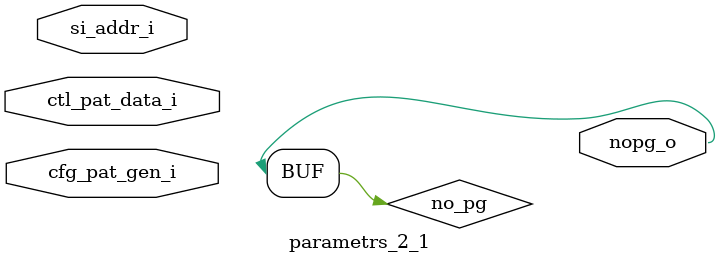
<source format=sv>

module parametrs_2_1
    #(
        parameter ADDR_WIDTH            =   32,
        parameter DATA_WIDTH            =   12,
        parameter NUM_REGS              =   21,
        parameter SUB_REGS_DATA_WIDTH   =   (ADDR_WIDTH > DATA_WIDTH) ? ADDR_WIDTH : DATA_WIDTH
    )
    (   

        input           [SUB_REGS_DATA_WIDTH-1:0]   ctl_pat_data_i,

        input           [ADDR_WIDTH-1:0]            si_addr_i,

        input                                       cfg_pat_gen_i,

        output logic                                nopg_o
    );

    reg                     no_pg;

    assign nopg_o = no_pg;


endmodule





</source>
